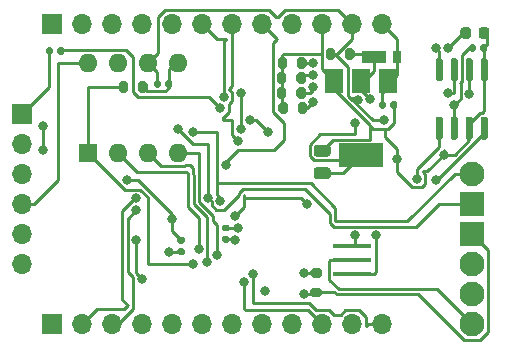
<source format=gbr>
%TF.GenerationSoftware,KiCad,Pcbnew,(5.1.7)-1*%
%TF.CreationDate,2020-10-24T02:10:45+09:00*%
%TF.ProjectId,canboard,63616e62-6f61-4726-942e-6b696361645f,rev?*%
%TF.SameCoordinates,Original*%
%TF.FileFunction,Copper,L2,Bot*%
%TF.FilePolarity,Positive*%
%FSLAX46Y46*%
G04 Gerber Fmt 4.6, Leading zero omitted, Abs format (unit mm)*
G04 Created by KiCad (PCBNEW (5.1.7)-1) date 2020-10-24 02:10:45*
%MOMM*%
%LPD*%
G01*
G04 APERTURE LIST*
%TA.AperFunction,ComponentPad*%
%ADD10O,1.700000X1.700000*%
%TD*%
%TA.AperFunction,ComponentPad*%
%ADD11R,1.700000X1.700000*%
%TD*%
%TA.AperFunction,SMDPad,CuDef*%
%ADD12R,3.200000X0.400000*%
%TD*%
%TA.AperFunction,ComponentPad*%
%ADD13O,1.600000X1.600000*%
%TD*%
%TA.AperFunction,ComponentPad*%
%ADD14R,1.600000X1.600000*%
%TD*%
%TA.AperFunction,SMDPad,CuDef*%
%ADD15R,1.500000X2.000000*%
%TD*%
%TA.AperFunction,SMDPad,CuDef*%
%ADD16R,3.800000X2.000000*%
%TD*%
%TA.AperFunction,ComponentPad*%
%ADD17C,2.100000*%
%TD*%
%TA.AperFunction,ComponentPad*%
%ADD18R,2.100000X2.100000*%
%TD*%
%TA.AperFunction,SMDPad,CuDef*%
%ADD19R,2.000000X1.100000*%
%TD*%
%TA.AperFunction,SMDPad,CuDef*%
%ADD20R,0.800000X1.100000*%
%TD*%
%TA.AperFunction,ViaPad*%
%ADD21C,0.800000*%
%TD*%
%TA.AperFunction,Conductor*%
%ADD22C,0.250000*%
%TD*%
G04 APERTURE END LIST*
%TO.P,U5,8*%
%TO.N,GND*%
%TA.AperFunction,SMDPad,CuDef*%
G36*
G01*
X247546000Y-32790000D02*
X247246000Y-32790000D01*
G75*
G02*
X247096000Y-32640000I0J150000D01*
G01*
X247096000Y-30990000D01*
G75*
G02*
X247246000Y-30840000I150000J0D01*
G01*
X247546000Y-30840000D01*
G75*
G02*
X247696000Y-30990000I0J-150000D01*
G01*
X247696000Y-32640000D01*
G75*
G02*
X247546000Y-32790000I-150000J0D01*
G01*
G37*
%TD.AperFunction*%
%TO.P,U5,7*%
%TO.N,Net-(J6-Pad3)*%
%TA.AperFunction,SMDPad,CuDef*%
G36*
G01*
X246276000Y-32790000D02*
X245976000Y-32790000D01*
G75*
G02*
X245826000Y-32640000I0J150000D01*
G01*
X245826000Y-30990000D01*
G75*
G02*
X245976000Y-30840000I150000J0D01*
G01*
X246276000Y-30840000D01*
G75*
G02*
X246426000Y-30990000I0J-150000D01*
G01*
X246426000Y-32640000D01*
G75*
G02*
X246276000Y-32790000I-150000J0D01*
G01*
G37*
%TD.AperFunction*%
%TO.P,U5,6*%
%TO.N,Net-(J6-Pad2)*%
%TA.AperFunction,SMDPad,CuDef*%
G36*
G01*
X245006000Y-32790000D02*
X244706000Y-32790000D01*
G75*
G02*
X244556000Y-32640000I0J150000D01*
G01*
X244556000Y-30990000D01*
G75*
G02*
X244706000Y-30840000I150000J0D01*
G01*
X245006000Y-30840000D01*
G75*
G02*
X245156000Y-30990000I0J-150000D01*
G01*
X245156000Y-32640000D01*
G75*
G02*
X245006000Y-32790000I-150000J0D01*
G01*
G37*
%TD.AperFunction*%
%TO.P,U5,5*%
%TO.N,Net-(R9-Pad1)*%
%TA.AperFunction,SMDPad,CuDef*%
G36*
G01*
X243736000Y-32790000D02*
X243436000Y-32790000D01*
G75*
G02*
X243286000Y-32640000I0J150000D01*
G01*
X243286000Y-30990000D01*
G75*
G02*
X243436000Y-30840000I150000J0D01*
G01*
X243736000Y-30840000D01*
G75*
G02*
X243886000Y-30990000I0J-150000D01*
G01*
X243886000Y-32640000D01*
G75*
G02*
X243736000Y-32790000I-150000J0D01*
G01*
G37*
%TD.AperFunction*%
%TO.P,U5,4*%
%TO.N,Net-(U4-Pad2)*%
%TA.AperFunction,SMDPad,CuDef*%
G36*
G01*
X243736000Y-37740000D02*
X243436000Y-37740000D01*
G75*
G02*
X243286000Y-37590000I0J150000D01*
G01*
X243286000Y-35940000D01*
G75*
G02*
X243436000Y-35790000I150000J0D01*
G01*
X243736000Y-35790000D01*
G75*
G02*
X243886000Y-35940000I0J-150000D01*
G01*
X243886000Y-37590000D01*
G75*
G02*
X243736000Y-37740000I-150000J0D01*
G01*
G37*
%TD.AperFunction*%
%TO.P,U5,3*%
%TO.N,VCC*%
%TA.AperFunction,SMDPad,CuDef*%
G36*
G01*
X245006000Y-37740000D02*
X244706000Y-37740000D01*
G75*
G02*
X244556000Y-37590000I0J150000D01*
G01*
X244556000Y-35940000D01*
G75*
G02*
X244706000Y-35790000I150000J0D01*
G01*
X245006000Y-35790000D01*
G75*
G02*
X245156000Y-35940000I0J-150000D01*
G01*
X245156000Y-37590000D01*
G75*
G02*
X245006000Y-37740000I-150000J0D01*
G01*
G37*
%TD.AperFunction*%
%TO.P,U5,2*%
%TO.N,GND*%
%TA.AperFunction,SMDPad,CuDef*%
G36*
G01*
X246276000Y-37740000D02*
X245976000Y-37740000D01*
G75*
G02*
X245826000Y-37590000I0J150000D01*
G01*
X245826000Y-35940000D01*
G75*
G02*
X245976000Y-35790000I150000J0D01*
G01*
X246276000Y-35790000D01*
G75*
G02*
X246426000Y-35940000I0J-150000D01*
G01*
X246426000Y-37590000D01*
G75*
G02*
X246276000Y-37740000I-150000J0D01*
G01*
G37*
%TD.AperFunction*%
%TO.P,U5,1*%
%TO.N,Net-(U4-Pad1)*%
%TA.AperFunction,SMDPad,CuDef*%
G36*
G01*
X247546000Y-37740000D02*
X247246000Y-37740000D01*
G75*
G02*
X247096000Y-37590000I0J150000D01*
G01*
X247096000Y-35940000D01*
G75*
G02*
X247246000Y-35790000I150000J0D01*
G01*
X247546000Y-35790000D01*
G75*
G02*
X247696000Y-35940000I0J-150000D01*
G01*
X247696000Y-37590000D01*
G75*
G02*
X247546000Y-37740000I-150000J0D01*
G01*
G37*
%TD.AperFunction*%
%TD*%
D10*
%TO.P,J2,6*%
%TO.N,GND*%
X208280000Y-48260000D03*
%TO.P,J2,5*%
X208280000Y-45720000D03*
%TO.P,J2,4*%
%TO.N,VCC*%
X208280000Y-43180000D03*
%TO.P,J2,3*%
%TO.N,TXO*%
X208280000Y-40640000D03*
%TO.P,J2,2*%
%TO.N,RXI*%
X208280000Y-38100000D03*
D11*
%TO.P,J2,1*%
%TO.N,DTR*%
X208280000Y-35560000D03*
%TD*%
D12*
%TO.P,Y2,1*%
%TO.N,Net-(U4-Pad7)*%
X236220000Y-49136000D03*
%TO.P,Y2,2*%
%TO.N,GND*%
X236220000Y-47936000D03*
%TO.P,Y2,3*%
%TO.N,Net-(U4-Pad8)*%
X236220000Y-46736000D03*
%TD*%
D13*
%TO.P,U3,8*%
%TO.N,VCC*%
X213868000Y-31242000D03*
%TO.P,U3,4*%
%TO.N,MISO*%
X221488000Y-38862000D03*
%TO.P,U3,7*%
%TO.N,N/C*%
X216408000Y-31242000D03*
%TO.P,U3,3*%
%TO.N,MOSI*%
X218948000Y-38862000D03*
%TO.P,U3,6*%
%TO.N,VCC*%
X218948000Y-31242000D03*
%TO.P,U3,2*%
%TO.N,SCK*%
X216408000Y-38862000D03*
%TO.P,U3,5*%
%TO.N,GND*%
X221488000Y-31242000D03*
D14*
%TO.P,U3,1*%
%TO.N,D9*%
X213868000Y-38862000D03*
%TD*%
D15*
%TO.P,U2,1*%
%TO.N,GND*%
X234682000Y-32766000D03*
%TO.P,U2,3*%
%TO.N,12VIN*%
X239282000Y-32766000D03*
%TO.P,U2,2*%
%TO.N,Net-(C9-Pad1)*%
X236982000Y-32766000D03*
D16*
X236982000Y-39066000D03*
%TD*%
%TO.P,R17,2*%
%TO.N,VCC*%
%TA.AperFunction,SMDPad,CuDef*%
G36*
G01*
X234779000Y-30205000D02*
X234779000Y-30755000D01*
G75*
G02*
X234579000Y-30955000I-200000J0D01*
G01*
X234179000Y-30955000D01*
G75*
G02*
X233979000Y-30755000I0J200000D01*
G01*
X233979000Y-30205000D01*
G75*
G02*
X234179000Y-30005000I200000J0D01*
G01*
X234579000Y-30005000D01*
G75*
G02*
X234779000Y-30205000I0J-200000D01*
G01*
G37*
%TD.AperFunction*%
%TO.P,R17,1*%
%TO.N,Net-(C9-Pad1)*%
%TA.AperFunction,SMDPad,CuDef*%
G36*
G01*
X236429000Y-30205000D02*
X236429000Y-30755000D01*
G75*
G02*
X236229000Y-30955000I-200000J0D01*
G01*
X235829000Y-30955000D01*
G75*
G02*
X235629000Y-30755000I0J200000D01*
G01*
X235629000Y-30205000D01*
G75*
G02*
X235829000Y-30005000I200000J0D01*
G01*
X236229000Y-30005000D01*
G75*
G02*
X236429000Y-30205000I0J-200000D01*
G01*
G37*
%TD.AperFunction*%
%TD*%
%TO.P,R11,2*%
%TO.N,GND*%
%TA.AperFunction,SMDPad,CuDef*%
G36*
G01*
X218103000Y-33549000D02*
X218103000Y-32999000D01*
G75*
G02*
X218303000Y-32799000I200000J0D01*
G01*
X218703000Y-32799000D01*
G75*
G02*
X218903000Y-32999000I0J-200000D01*
G01*
X218903000Y-33549000D01*
G75*
G02*
X218703000Y-33749000I-200000J0D01*
G01*
X218303000Y-33749000D01*
G75*
G02*
X218103000Y-33549000I0J200000D01*
G01*
G37*
%TD.AperFunction*%
%TO.P,R11,1*%
%TO.N,D9*%
%TA.AperFunction,SMDPad,CuDef*%
G36*
G01*
X216453000Y-33549000D02*
X216453000Y-32999000D01*
G75*
G02*
X216653000Y-32799000I200000J0D01*
G01*
X217053000Y-32799000D01*
G75*
G02*
X217253000Y-32999000I0J-200000D01*
G01*
X217253000Y-33549000D01*
G75*
G02*
X217053000Y-33749000I-200000J0D01*
G01*
X216653000Y-33749000D01*
G75*
G02*
X216453000Y-33549000I0J200000D01*
G01*
G37*
%TD.AperFunction*%
%TD*%
%TO.P,R7,2*%
%TO.N,GND*%
%TA.AperFunction,SMDPad,CuDef*%
G36*
G01*
X230715000Y-30967000D02*
X230715000Y-31517000D01*
G75*
G02*
X230515000Y-31717000I-200000J0D01*
G01*
X230115000Y-31717000D01*
G75*
G02*
X229915000Y-31517000I0J200000D01*
G01*
X229915000Y-30967000D01*
G75*
G02*
X230115000Y-30767000I200000J0D01*
G01*
X230515000Y-30767000D01*
G75*
G02*
X230715000Y-30967000I0J-200000D01*
G01*
G37*
%TD.AperFunction*%
%TO.P,R7,1*%
%TO.N,Net-(R12-Pad2)*%
%TA.AperFunction,SMDPad,CuDef*%
G36*
G01*
X232365000Y-30967000D02*
X232365000Y-31517000D01*
G75*
G02*
X232165000Y-31717000I-200000J0D01*
G01*
X231765000Y-31717000D01*
G75*
G02*
X231565000Y-31517000I0J200000D01*
G01*
X231565000Y-30967000D01*
G75*
G02*
X231765000Y-30767000I200000J0D01*
G01*
X232165000Y-30767000D01*
G75*
G02*
X232365000Y-30967000I0J-200000D01*
G01*
G37*
%TD.AperFunction*%
%TD*%
%TO.P,R6,2*%
%TO.N,GND*%
%TA.AperFunction,SMDPad,CuDef*%
G36*
G01*
X230652000Y-32237000D02*
X230652000Y-32787000D01*
G75*
G02*
X230452000Y-32987000I-200000J0D01*
G01*
X230052000Y-32987000D01*
G75*
G02*
X229852000Y-32787000I0J200000D01*
G01*
X229852000Y-32237000D01*
G75*
G02*
X230052000Y-32037000I200000J0D01*
G01*
X230452000Y-32037000D01*
G75*
G02*
X230652000Y-32237000I0J-200000D01*
G01*
G37*
%TD.AperFunction*%
%TO.P,R6,1*%
%TO.N,Net-(R13-Pad2)*%
%TA.AperFunction,SMDPad,CuDef*%
G36*
G01*
X232302000Y-32237000D02*
X232302000Y-32787000D01*
G75*
G02*
X232102000Y-32987000I-200000J0D01*
G01*
X231702000Y-32987000D01*
G75*
G02*
X231502000Y-32787000I0J200000D01*
G01*
X231502000Y-32237000D01*
G75*
G02*
X231702000Y-32037000I200000J0D01*
G01*
X232102000Y-32037000D01*
G75*
G02*
X232302000Y-32237000I0J-200000D01*
G01*
G37*
%TD.AperFunction*%
%TD*%
%TO.P,R5,2*%
%TO.N,GND*%
%TA.AperFunction,SMDPad,CuDef*%
G36*
G01*
X230652000Y-33507000D02*
X230652000Y-34057000D01*
G75*
G02*
X230452000Y-34257000I-200000J0D01*
G01*
X230052000Y-34257000D01*
G75*
G02*
X229852000Y-34057000I0J200000D01*
G01*
X229852000Y-33507000D01*
G75*
G02*
X230052000Y-33307000I200000J0D01*
G01*
X230452000Y-33307000D01*
G75*
G02*
X230652000Y-33507000I0J-200000D01*
G01*
G37*
%TD.AperFunction*%
%TO.P,R5,1*%
%TO.N,Net-(R14-Pad2)*%
%TA.AperFunction,SMDPad,CuDef*%
G36*
G01*
X232302000Y-33507000D02*
X232302000Y-34057000D01*
G75*
G02*
X232102000Y-34257000I-200000J0D01*
G01*
X231702000Y-34257000D01*
G75*
G02*
X231502000Y-34057000I0J200000D01*
G01*
X231502000Y-33507000D01*
G75*
G02*
X231702000Y-33307000I200000J0D01*
G01*
X232102000Y-33307000D01*
G75*
G02*
X232302000Y-33507000I0J-200000D01*
G01*
G37*
%TD.AperFunction*%
%TD*%
%TO.P,R4,2*%
%TO.N,GND*%
%TA.AperFunction,SMDPad,CuDef*%
G36*
G01*
X230778000Y-34777000D02*
X230778000Y-35327000D01*
G75*
G02*
X230578000Y-35527000I-200000J0D01*
G01*
X230178000Y-35527000D01*
G75*
G02*
X229978000Y-35327000I0J200000D01*
G01*
X229978000Y-34777000D01*
G75*
G02*
X230178000Y-34577000I200000J0D01*
G01*
X230578000Y-34577000D01*
G75*
G02*
X230778000Y-34777000I0J-200000D01*
G01*
G37*
%TD.AperFunction*%
%TO.P,R4,1*%
%TO.N,Net-(R15-Pad2)*%
%TA.AperFunction,SMDPad,CuDef*%
G36*
G01*
X232428000Y-34777000D02*
X232428000Y-35327000D01*
G75*
G02*
X232228000Y-35527000I-200000J0D01*
G01*
X231828000Y-35527000D01*
G75*
G02*
X231628000Y-35327000I0J200000D01*
G01*
X231628000Y-34777000D01*
G75*
G02*
X231828000Y-34577000I200000J0D01*
G01*
X232228000Y-34577000D01*
G75*
G02*
X232428000Y-34777000I0J-200000D01*
G01*
G37*
%TD.AperFunction*%
%TD*%
%TO.P,R3,2*%
%TO.N,VCC*%
%TA.AperFunction,SMDPad,CuDef*%
G36*
G01*
X232897000Y-50272000D02*
X233447000Y-50272000D01*
G75*
G02*
X233647000Y-50472000I0J-200000D01*
G01*
X233647000Y-50872000D01*
G75*
G02*
X233447000Y-51072000I-200000J0D01*
G01*
X232897000Y-51072000D01*
G75*
G02*
X232697000Y-50872000I0J200000D01*
G01*
X232697000Y-50472000D01*
G75*
G02*
X232897000Y-50272000I200000J0D01*
G01*
G37*
%TD.AperFunction*%
%TO.P,R3,1*%
%TO.N,Net-(R3-Pad1)*%
%TA.AperFunction,SMDPad,CuDef*%
G36*
G01*
X232897000Y-48622000D02*
X233447000Y-48622000D01*
G75*
G02*
X233647000Y-48822000I0J-200000D01*
G01*
X233647000Y-49222000D01*
G75*
G02*
X233447000Y-49422000I-200000J0D01*
G01*
X232897000Y-49422000D01*
G75*
G02*
X232697000Y-49222000I0J200000D01*
G01*
X232697000Y-48822000D01*
G75*
G02*
X232897000Y-48622000I200000J0D01*
G01*
G37*
%TD.AperFunction*%
%TD*%
D17*
%TO.P,J6,4*%
%TO.N,GND*%
X246380000Y-53340000D03*
%TO.P,J6,3*%
%TO.N,Net-(J6-Pad3)*%
X246380000Y-50800000D03*
%TO.P,J6,2*%
%TO.N,Net-(J6-Pad2)*%
X246380000Y-48260000D03*
D18*
%TO.P,J6,1*%
%TO.N,VCC*%
X246380000Y-45720000D03*
%TD*%
D17*
%TO.P,J4,2*%
%TO.N,SDA*%
X246380000Y-40640000D03*
D18*
%TO.P,J4,1*%
%TO.N,SCL*%
X246380000Y-43180000D03*
%TD*%
D10*
%TO.P,J3,12*%
%TO.N,12VIN*%
X238760000Y-27940000D03*
%TO.P,J3,11*%
%TO.N,VCC*%
X236220000Y-27940000D03*
%TO.P,J3,10*%
%TO.N,GND*%
X233680000Y-27940000D03*
%TO.P,J3,9*%
%TO.N,RESET*%
X231140000Y-27940000D03*
%TO.P,J3,8*%
%TO.N,A3*%
X228600000Y-27940000D03*
%TO.P,J3,7*%
%TO.N,A2*%
X226060000Y-27940000D03*
%TO.P,J3,6*%
%TO.N,A1*%
X223520000Y-27940000D03*
%TO.P,J3,5*%
%TO.N,A0*%
X220980000Y-27940000D03*
%TO.P,J3,4*%
%TO.N,SDA*%
X218440000Y-27940000D03*
%TO.P,J3,3*%
%TO.N,SCL*%
X215900000Y-27940000D03*
%TO.P,J3,2*%
%TO.N,TXO*%
X213360000Y-27940000D03*
D11*
%TO.P,J3,1*%
%TO.N,RXI*%
X210820000Y-27940000D03*
%TD*%
D10*
%TO.P,J1,12*%
%TO.N,SCK*%
X238760000Y-53340000D03*
%TO.P,J1,11*%
%TO.N,MOSI*%
X236220000Y-53340000D03*
%TO.P,J1,10*%
%TO.N,MISO*%
X233680000Y-53340000D03*
%TO.P,J1,9*%
%TO.N,GND*%
X231140000Y-53340000D03*
%TO.P,J1,8*%
%TO.N,D9*%
X228600000Y-53340000D03*
%TO.P,J1,7*%
%TO.N,D8*%
X226060000Y-53340000D03*
%TO.P,J1,6*%
%TO.N,D7*%
X223520000Y-53340000D03*
%TO.P,J1,5*%
%TO.N,D6*%
X220980000Y-53340000D03*
%TO.P,J1,4*%
%TO.N,D5*%
X218440000Y-53340000D03*
%TO.P,J1,3*%
%TO.N,D4*%
X215900000Y-53340000D03*
%TO.P,J1,2*%
%TO.N,D3*%
X213360000Y-53340000D03*
D11*
%TO.P,J1,1*%
%TO.N,D2*%
X210820000Y-53340000D03*
%TD*%
D19*
%TO.P,D2,1*%
%TO.N,Net-(C9-Pad1)*%
X238090000Y-30734000D03*
D20*
%TO.P,D2,2*%
%TO.N,12VIN*%
X239990000Y-30734000D03*
%TD*%
%TO.P,C9,2*%
%TO.N,GND*%
%TA.AperFunction,SMDPad,CuDef*%
G36*
G01*
X234155000Y-39174000D02*
X233205000Y-39174000D01*
G75*
G02*
X232955000Y-38924000I0J250000D01*
G01*
X232955000Y-38424000D01*
G75*
G02*
X233205000Y-38174000I250000J0D01*
G01*
X234155000Y-38174000D01*
G75*
G02*
X234405000Y-38424000I0J-250000D01*
G01*
X234405000Y-38924000D01*
G75*
G02*
X234155000Y-39174000I-250000J0D01*
G01*
G37*
%TD.AperFunction*%
%TO.P,C9,1*%
%TO.N,Net-(C9-Pad1)*%
%TA.AperFunction,SMDPad,CuDef*%
G36*
G01*
X234155000Y-41074000D02*
X233205000Y-41074000D01*
G75*
G02*
X232955000Y-40824000I0J250000D01*
G01*
X232955000Y-40324000D01*
G75*
G02*
X233205000Y-40074000I250000J0D01*
G01*
X234155000Y-40074000D01*
G75*
G02*
X234405000Y-40324000I0J-250000D01*
G01*
X234405000Y-40824000D01*
G75*
G02*
X234155000Y-41074000I-250000J0D01*
G01*
G37*
%TD.AperFunction*%
%TD*%
%TO.P,C8,2*%
%TO.N,GND*%
%TA.AperFunction,SMDPad,CuDef*%
G36*
G01*
X246946000Y-28952000D02*
X246946000Y-28452000D01*
G75*
G02*
X247171000Y-28227000I225000J0D01*
G01*
X247621000Y-28227000D01*
G75*
G02*
X247846000Y-28452000I0J-225000D01*
G01*
X247846000Y-28952000D01*
G75*
G02*
X247621000Y-29177000I-225000J0D01*
G01*
X247171000Y-29177000D01*
G75*
G02*
X246946000Y-28952000I0J225000D01*
G01*
G37*
%TD.AperFunction*%
%TO.P,C8,1*%
%TO.N,Net-(C8-Pad1)*%
%TA.AperFunction,SMDPad,CuDef*%
G36*
G01*
X245396000Y-28952000D02*
X245396000Y-28452000D01*
G75*
G02*
X245621000Y-28227000I225000J0D01*
G01*
X246071000Y-28227000D01*
G75*
G02*
X246296000Y-28452000I0J-225000D01*
G01*
X246296000Y-28952000D01*
G75*
G02*
X246071000Y-29177000I-225000J0D01*
G01*
X245621000Y-29177000D01*
G75*
G02*
X245396000Y-28952000I0J225000D01*
G01*
G37*
%TD.AperFunction*%
%TD*%
%TO.P,C6,2*%
%TO.N,GND*%
%TA.AperFunction,SMDPad,CuDef*%
G36*
G01*
X247088000Y-30142000D02*
X247088000Y-29802000D01*
G75*
G02*
X247228000Y-29662000I140000J0D01*
G01*
X247508000Y-29662000D01*
G75*
G02*
X247648000Y-29802000I0J-140000D01*
G01*
X247648000Y-30142000D01*
G75*
G02*
X247508000Y-30282000I-140000J0D01*
G01*
X247228000Y-30282000D01*
G75*
G02*
X247088000Y-30142000I0J140000D01*
G01*
G37*
%TD.AperFunction*%
%TO.P,C6,1*%
%TO.N,VCC*%
%TA.AperFunction,SMDPad,CuDef*%
G36*
G01*
X246128000Y-30142000D02*
X246128000Y-29802000D01*
G75*
G02*
X246268000Y-29662000I140000J0D01*
G01*
X246548000Y-29662000D01*
G75*
G02*
X246688000Y-29802000I0J-140000D01*
G01*
X246688000Y-30142000D01*
G75*
G02*
X246548000Y-30282000I-140000J0D01*
G01*
X246268000Y-30282000D01*
G75*
G02*
X246128000Y-30142000I0J140000D01*
G01*
G37*
%TD.AperFunction*%
%TD*%
%TO.P,C5,2*%
%TO.N,VCC*%
%TA.AperFunction,SMDPad,CuDef*%
G36*
G01*
X220018000Y-32850000D02*
X220018000Y-33190000D01*
G75*
G02*
X219878000Y-33330000I-140000J0D01*
G01*
X219598000Y-33330000D01*
G75*
G02*
X219458000Y-33190000I0J140000D01*
G01*
X219458000Y-32850000D01*
G75*
G02*
X219598000Y-32710000I140000J0D01*
G01*
X219878000Y-32710000D01*
G75*
G02*
X220018000Y-32850000I0J-140000D01*
G01*
G37*
%TD.AperFunction*%
%TO.P,C5,1*%
%TO.N,GND*%
%TA.AperFunction,SMDPad,CuDef*%
G36*
G01*
X220978000Y-32850000D02*
X220978000Y-33190000D01*
G75*
G02*
X220838000Y-33330000I-140000J0D01*
G01*
X220558000Y-33330000D01*
G75*
G02*
X220418000Y-33190000I0J140000D01*
G01*
X220418000Y-32850000D01*
G75*
G02*
X220558000Y-32710000I140000J0D01*
G01*
X220838000Y-32710000D01*
G75*
G02*
X220978000Y-32850000I0J-140000D01*
G01*
G37*
%TD.AperFunction*%
%TD*%
%TO.P,C4,2*%
%TO.N,12VIN*%
%TA.AperFunction,SMDPad,CuDef*%
G36*
G01*
X239068000Y-34628000D02*
X239068000Y-34968000D01*
G75*
G02*
X238928000Y-35108000I-140000J0D01*
G01*
X238648000Y-35108000D01*
G75*
G02*
X238508000Y-34968000I0J140000D01*
G01*
X238508000Y-34628000D01*
G75*
G02*
X238648000Y-34488000I140000J0D01*
G01*
X238928000Y-34488000D01*
G75*
G02*
X239068000Y-34628000I0J-140000D01*
G01*
G37*
%TD.AperFunction*%
%TO.P,C4,1*%
%TO.N,GND*%
%TA.AperFunction,SMDPad,CuDef*%
G36*
G01*
X240028000Y-34628000D02*
X240028000Y-34968000D01*
G75*
G02*
X239888000Y-35108000I-140000J0D01*
G01*
X239608000Y-35108000D01*
G75*
G02*
X239468000Y-34968000I0J140000D01*
G01*
X239468000Y-34628000D01*
G75*
G02*
X239608000Y-34488000I140000J0D01*
G01*
X239888000Y-34488000D01*
G75*
G02*
X240028000Y-34628000I0J-140000D01*
G01*
G37*
%TD.AperFunction*%
%TD*%
%TO.P,C3,2*%
%TO.N,RESET*%
%TA.AperFunction,SMDPad,CuDef*%
G36*
G01*
X211274000Y-30396000D02*
X211274000Y-30056000D01*
G75*
G02*
X211414000Y-29916000I140000J0D01*
G01*
X211694000Y-29916000D01*
G75*
G02*
X211834000Y-30056000I0J-140000D01*
G01*
X211834000Y-30396000D01*
G75*
G02*
X211694000Y-30536000I-140000J0D01*
G01*
X211414000Y-30536000D01*
G75*
G02*
X211274000Y-30396000I0J140000D01*
G01*
G37*
%TD.AperFunction*%
%TO.P,C3,1*%
%TO.N,DTR*%
%TA.AperFunction,SMDPad,CuDef*%
G36*
G01*
X210314000Y-30396000D02*
X210314000Y-30056000D01*
G75*
G02*
X210454000Y-29916000I140000J0D01*
G01*
X210734000Y-29916000D01*
G75*
G02*
X210874000Y-30056000I0J-140000D01*
G01*
X210874000Y-30396000D01*
G75*
G02*
X210734000Y-30536000I-140000J0D01*
G01*
X210454000Y-30536000D01*
G75*
G02*
X210314000Y-30396000I0J140000D01*
G01*
G37*
%TD.AperFunction*%
%TD*%
%TO.P,C2,2*%
%TO.N,GND*%
%TA.AperFunction,SMDPad,CuDef*%
G36*
G01*
X221572000Y-46936000D02*
X221912000Y-46936000D01*
G75*
G02*
X222052000Y-47076000I0J-140000D01*
G01*
X222052000Y-47356000D01*
G75*
G02*
X221912000Y-47496000I-140000J0D01*
G01*
X221572000Y-47496000D01*
G75*
G02*
X221432000Y-47356000I0J140000D01*
G01*
X221432000Y-47076000D01*
G75*
G02*
X221572000Y-46936000I140000J0D01*
G01*
G37*
%TD.AperFunction*%
%TO.P,C2,1*%
%TO.N,VCC*%
%TA.AperFunction,SMDPad,CuDef*%
G36*
G01*
X221572000Y-45976000D02*
X221912000Y-45976000D01*
G75*
G02*
X222052000Y-46116000I0J-140000D01*
G01*
X222052000Y-46396000D01*
G75*
G02*
X221912000Y-46536000I-140000J0D01*
G01*
X221572000Y-46536000D01*
G75*
G02*
X221432000Y-46396000I0J140000D01*
G01*
X221432000Y-46116000D01*
G75*
G02*
X221572000Y-45976000I140000J0D01*
G01*
G37*
%TD.AperFunction*%
%TD*%
%TO.P,C1,2*%
%TO.N,GND*%
%TA.AperFunction,SMDPad,CuDef*%
G36*
G01*
X225694000Y-45492000D02*
X225354000Y-45492000D01*
G75*
G02*
X225214000Y-45352000I0J140000D01*
G01*
X225214000Y-45072000D01*
G75*
G02*
X225354000Y-44932000I140000J0D01*
G01*
X225694000Y-44932000D01*
G75*
G02*
X225834000Y-45072000I0J-140000D01*
G01*
X225834000Y-45352000D01*
G75*
G02*
X225694000Y-45492000I-140000J0D01*
G01*
G37*
%TD.AperFunction*%
%TO.P,C1,1*%
%TO.N,Net-(C1-Pad1)*%
%TA.AperFunction,SMDPad,CuDef*%
G36*
G01*
X225694000Y-46452000D02*
X225354000Y-46452000D01*
G75*
G02*
X225214000Y-46312000I0J140000D01*
G01*
X225214000Y-46032000D01*
G75*
G02*
X225354000Y-45892000I140000J0D01*
G01*
X225694000Y-45892000D01*
G75*
G02*
X225834000Y-46032000I0J-140000D01*
G01*
X225834000Y-46312000D01*
G75*
G02*
X225694000Y-46452000I-140000J0D01*
G01*
G37*
%TD.AperFunction*%
%TD*%
D21*
%TO.N,GND*%
X218436347Y-49526347D03*
X217932000Y-46228000D03*
X226553575Y-45226963D03*
X220726000Y-47244000D03*
X240030000Y-39370000D03*
X243971653Y-38993653D03*
%TO.N,Net-(C1-Pad1)*%
X226314000Y-46228000D03*
%TO.N,VCC*%
X238919000Y-36068000D03*
X232156000Y-50800000D03*
X236728000Y-34366002D03*
X217174653Y-41143347D03*
X220980000Y-44450000D03*
X244856000Y-34798000D03*
%TO.N,RESET*%
X225044000Y-35052000D03*
X227584000Y-36068000D03*
X229108000Y-37084000D03*
%TO.N,Net-(C8-Pad1)*%
X244348000Y-29972000D03*
%TO.N,Net-(C9-Pad1)*%
X237744000Y-34290000D03*
X236474000Y-36322000D03*
%TO.N,D9*%
X222758000Y-48260000D03*
%TO.N,D4*%
X217932000Y-43688000D03*
%TO.N,D3*%
X217932000Y-42687997D03*
%TO.N,D2*%
X226314000Y-44196000D03*
X232410000Y-43180000D03*
%TO.N,SCL*%
X221483347Y-36834653D03*
X224013037Y-42686425D03*
%TO.N,SDA*%
X222758000Y-37084000D03*
X225044000Y-42926000D03*
%TO.N,TXO*%
X210058000Y-36576000D03*
X210058000Y-38608000D03*
%TO.N,A3*%
X225552000Y-39878000D03*
%TO.N,A2*%
X226563347Y-37841347D03*
%TO.N,A1*%
X225335000Y-34095276D03*
X226822000Y-33782000D03*
X226822000Y-36830000D03*
%TO.N,SCK*%
X227815456Y-49109240D03*
X223232949Y-46990000D03*
%TO.N,MISO*%
X227108348Y-49816348D03*
X224790000Y-47498000D03*
%TO.N,MOSI*%
X223957949Y-48052701D03*
%TO.N,Net-(J6-Pad3)*%
X246126000Y-33849235D03*
%TO.N,Net-(J6-Pad2)*%
X244348000Y-33782000D03*
%TO.N,Net-(R3-Pad1)*%
X228854000Y-50546000D03*
X232156000Y-49022000D03*
%TO.N,Net-(R15-Pad2)*%
X232918000Y-34544000D03*
%TO.N,Net-(R14-Pad2)*%
X232918000Y-33274000D03*
%TO.N,Net-(R13-Pad2)*%
X232918000Y-32258000D03*
%TO.N,Net-(R12-Pad2)*%
X232918000Y-31242000D03*
%TO.N,Net-(R9-Pad1)*%
X243332000Y-29972000D03*
%TO.N,Net-(U4-Pad8)*%
X236474000Y-45826011D03*
%TO.N,Net-(U4-Pad7)*%
X238252000Y-45826011D03*
%TO.N,Net-(U4-Pad2)*%
X241681138Y-41032659D03*
%TO.N,Net-(U4-Pad1)*%
X243332000Y-41148000D03*
%TD*%
D22*
%TO.N,GND*%
X233653990Y-31737990D02*
X234682000Y-32766000D01*
X233680000Y-29961522D02*
X233653990Y-29987532D01*
X233680000Y-27940000D02*
X233680000Y-29961522D01*
X234682000Y-33437412D02*
X234682000Y-32766000D01*
X237744000Y-36499412D02*
X234682000Y-33437412D01*
X230315000Y-31242000D02*
X230315000Y-30543000D01*
X233589970Y-30441990D02*
X233653990Y-30506010D01*
X230416010Y-30441990D02*
X233589970Y-30441990D01*
X230315000Y-30543000D02*
X230416010Y-30441990D01*
X233653990Y-30506010D02*
X233653990Y-31737990D01*
X233653990Y-29987532D02*
X233653990Y-30506010D01*
X239748000Y-36312002D02*
X239267001Y-36793001D01*
X239748000Y-34798000D02*
X239748000Y-36312002D01*
X237961001Y-36793001D02*
X237744000Y-36576000D01*
X237744000Y-36576000D02*
X237744000Y-36499412D01*
X233680000Y-38674000D02*
X234613001Y-37740999D01*
X237744000Y-37740999D02*
X237744000Y-36576000D01*
X234613001Y-37740999D02*
X237744000Y-37740999D01*
X217932000Y-49022000D02*
X217932000Y-46228000D01*
X218436347Y-49526347D02*
X217932000Y-49022000D01*
X239014000Y-36830000D02*
X238977001Y-36793001D01*
X238977001Y-36793001D02*
X237961001Y-36793001D01*
X239267001Y-36793001D02*
X238977001Y-36793001D01*
X226538612Y-45212000D02*
X226553575Y-45226963D01*
X225524000Y-45212000D02*
X226538612Y-45212000D01*
X221488000Y-31242000D02*
X221234000Y-31242000D01*
X220698000Y-31778000D02*
X220698000Y-33020000D01*
X221234000Y-31242000D02*
X220698000Y-31778000D01*
X220698000Y-33330000D02*
X220698000Y-33020000D01*
X220372990Y-33655010D02*
X220698000Y-33330000D01*
X218884010Y-33655010D02*
X220372990Y-33655010D01*
X218503000Y-33274000D02*
X218884010Y-33655010D01*
X230315000Y-32449000D02*
X230252000Y-32512000D01*
X230315000Y-31242000D02*
X230315000Y-32449000D01*
X230252000Y-32512000D02*
X230252000Y-33782000D01*
X230252000Y-34926000D02*
X230378000Y-35052000D01*
X230252000Y-33782000D02*
X230252000Y-34926000D01*
X221742000Y-47244000D02*
X221742000Y-47216000D01*
X220754000Y-47216000D02*
X220726000Y-47244000D01*
X221742000Y-47216000D02*
X220754000Y-47216000D01*
X239014000Y-37534315D02*
X239014000Y-36830000D01*
X240030000Y-39116000D02*
X240030000Y-38550315D01*
X240030000Y-38550315D02*
X239014000Y-37534315D01*
X234294999Y-49596001D02*
X235081337Y-50382339D01*
X234294999Y-48011001D02*
X234294999Y-49596001D01*
X235081337Y-50382339D02*
X243422339Y-50382339D01*
X234370000Y-47936000D02*
X234294999Y-48011001D01*
X243422339Y-50382339D02*
X246380000Y-53340000D01*
X236220000Y-47936000D02*
X234370000Y-47936000D01*
X240030000Y-40454523D02*
X240030000Y-39370000D01*
X242108340Y-41757660D02*
X241333137Y-41757660D01*
X241333137Y-41757660D02*
X240030000Y-40454523D01*
X242406139Y-41459861D02*
X242108340Y-41757660D01*
X242406139Y-40684658D02*
X242406139Y-41459861D01*
X242190410Y-40468929D02*
X242406139Y-40684658D01*
X242190410Y-40386000D02*
X242190410Y-40468929D01*
X246126000Y-36765000D02*
X246126000Y-37740000D01*
X247396000Y-31815000D02*
X247396000Y-32790000D01*
X243971653Y-38993653D02*
X243971653Y-38604757D01*
X247368000Y-31787000D02*
X247396000Y-31815000D01*
X247368000Y-29972000D02*
X247368000Y-31787000D01*
X247663000Y-29677000D02*
X247368000Y-29972000D01*
X247663000Y-28702000D02*
X247663000Y-29677000D01*
X246126000Y-36388232D02*
X246126000Y-36765000D01*
X247049242Y-35464990D02*
X246126000Y-36388232D01*
X247396000Y-35306000D02*
X247237010Y-35464990D01*
X247237010Y-35464990D02*
X247049242Y-35464990D01*
X247396000Y-31815000D02*
X247396000Y-35306000D01*
X242579306Y-40386000D02*
X243971653Y-38993653D01*
X242190410Y-40386000D02*
X242579306Y-40386000D01*
X243971653Y-38993653D02*
X244907705Y-38993653D01*
X246126000Y-37775358D02*
X246126000Y-36765000D01*
X244907705Y-38993653D02*
X246126000Y-37775358D01*
%TO.N,Net-(C1-Pad1)*%
X226258000Y-46172000D02*
X226314000Y-46228000D01*
X225524000Y-46172000D02*
X226258000Y-46172000D01*
%TO.N,VCC*%
X236220000Y-27940000D02*
X236220000Y-29210000D01*
X234950000Y-30480000D02*
X234570000Y-30480000D01*
X236220000Y-29210000D02*
X234950000Y-30480000D01*
X234811522Y-30480000D02*
X234379000Y-30480000D01*
X235906999Y-31575477D02*
X234811522Y-30480000D01*
X235906999Y-34026001D02*
X235906999Y-31575477D01*
X238919000Y-36068000D02*
X237948998Y-36068000D01*
X247755001Y-54000001D02*
X247755001Y-47095001D01*
X245719999Y-54715001D02*
X247040001Y-54715001D01*
X247040001Y-54715001D02*
X247755001Y-54000001D01*
X247755001Y-47095001D02*
X246380000Y-45720000D01*
X236549499Y-34187501D02*
X236728000Y-34366002D01*
X236068499Y-34187501D02*
X236549499Y-34187501D01*
X237948998Y-36068000D02*
X236068499Y-34187501D01*
X236068499Y-34187501D02*
X235906999Y-34026001D01*
X219738000Y-32032000D02*
X219738000Y-33020000D01*
X218948000Y-31242000D02*
X219738000Y-32032000D01*
X235044999Y-26764999D02*
X236220000Y-27940000D01*
X230575999Y-26764999D02*
X235044999Y-26764999D01*
X229964999Y-27375999D02*
X230575999Y-26764999D01*
X229164001Y-26764999D02*
X229775001Y-27375999D01*
X229775001Y-27375999D02*
X229964999Y-27375999D01*
X220415999Y-26764999D02*
X229164001Y-26764999D01*
X219804999Y-27375999D02*
X220415999Y-26764999D01*
X219804999Y-30385001D02*
X219804999Y-27375999D01*
X218948000Y-31242000D02*
X219804999Y-30385001D01*
X209296000Y-43180000D02*
X208280000Y-43180000D01*
X211328000Y-31242000D02*
X211328000Y-41148000D01*
X211328000Y-41148000D02*
X209296000Y-43180000D01*
X213868000Y-31242000D02*
X211328000Y-31242000D01*
X220980000Y-44026585D02*
X220980000Y-44450000D01*
X218096762Y-41143347D02*
X220980000Y-44026585D01*
X217174653Y-41143347D02*
X218096762Y-41143347D01*
X220980000Y-45494000D02*
X221742000Y-46256000D01*
X220980000Y-44450000D02*
X220980000Y-45494000D01*
X233044000Y-50800000D02*
X233172000Y-50672000D01*
X232156000Y-50800000D02*
X233044000Y-50800000D01*
X241837347Y-50832349D02*
X245719999Y-54715001D01*
X234734588Y-50672000D02*
X234894937Y-50832349D01*
X233172000Y-50672000D02*
X234734588Y-50672000D01*
X234894937Y-50832349D02*
X241808000Y-50832349D01*
X244856000Y-34798000D02*
X244856000Y-36765000D01*
X245391009Y-32926759D02*
X245481010Y-32836758D01*
X245400999Y-32936749D02*
X245391009Y-32926759D01*
X245400999Y-34253001D02*
X245400999Y-32936749D01*
X244856000Y-34798000D02*
X245400999Y-34253001D01*
X246128000Y-29972000D02*
X246408000Y-29972000D01*
X245500990Y-30599010D02*
X246128000Y-29972000D01*
X245500990Y-32816778D02*
X245500990Y-30599010D01*
X245400999Y-32916769D02*
X245500990Y-32816778D01*
X245400999Y-32936749D02*
X245400999Y-32916769D01*
%TO.N,RESET*%
X228092000Y-36068000D02*
X229108000Y-37084000D01*
X227584000Y-36068000D02*
X228092000Y-36068000D01*
X217060999Y-30116999D02*
X217678000Y-30734000D01*
X211663001Y-30116999D02*
X217060999Y-30116999D01*
X211554000Y-30226000D02*
X211663001Y-30116999D01*
X217678000Y-33666478D02*
X218116542Y-34105020D01*
X217678000Y-30734000D02*
X217678000Y-33666478D01*
X224097020Y-34105020D02*
X225044000Y-35052000D01*
X221303020Y-34105020D02*
X224097020Y-34105020D01*
X218116542Y-34105020D02*
X221303020Y-34105020D01*
X221303020Y-34105020D02*
X221672980Y-34105020D01*
%TO.N,DTR*%
X210594000Y-33246000D02*
X208280000Y-35560000D01*
X210594000Y-30226000D02*
X210594000Y-33246000D01*
%TO.N,12VIN*%
X238760000Y-27940000D02*
X240030000Y-29210000D01*
X240030000Y-30694000D02*
X239990000Y-30734000D01*
X240030000Y-29210000D02*
X240030000Y-30694000D01*
X239990000Y-32298000D02*
X239522000Y-32766000D01*
X239990000Y-30734000D02*
X239990000Y-32298000D01*
X239282000Y-32766000D02*
X239282000Y-33260000D01*
X239282000Y-33260000D02*
X238760000Y-33782000D01*
X238760000Y-34770000D02*
X238788000Y-34798000D01*
X238760000Y-33782000D02*
X238760000Y-34770000D01*
%TO.N,Net-(C8-Pad1)*%
X245618000Y-28702000D02*
X244348000Y-29972000D01*
X245846000Y-28702000D02*
X245618000Y-28702000D01*
%TO.N,Net-(C9-Pad1)*%
X238090000Y-31898000D02*
X237222000Y-32766000D01*
X238090000Y-30734000D02*
X238090000Y-31898000D01*
X237836000Y-30480000D02*
X238090000Y-30734000D01*
X236220000Y-30480000D02*
X237836000Y-30480000D01*
X236524010Y-39523990D02*
X236982000Y-39066000D01*
X235474000Y-40574000D02*
X236982000Y-39066000D01*
X233680000Y-40574000D02*
X235474000Y-40574000D01*
X236982000Y-33528000D02*
X237744000Y-34290000D01*
X236982000Y-32766000D02*
X236982000Y-33528000D01*
X236474000Y-36322000D02*
X236474000Y-37290989D01*
X236548990Y-39499010D02*
X236982000Y-39066000D01*
X232966820Y-39499010D02*
X236548990Y-39499010D01*
X232629990Y-39162180D02*
X232966820Y-39499010D01*
X233524821Y-37290989D02*
X232629990Y-38185820D01*
X232629990Y-38185820D02*
X232629990Y-39162180D01*
X236474000Y-37290989D02*
X233524821Y-37290989D01*
%TO.N,D9*%
X216853000Y-33274000D02*
X213868000Y-33274000D01*
X213868000Y-33274000D02*
X213868000Y-38862000D01*
X218280001Y-41962996D02*
X218948000Y-42630995D01*
X216968996Y-41962996D02*
X218280001Y-41962996D01*
X213868000Y-38862000D02*
X216968996Y-41962996D01*
X218948000Y-42630995D02*
X218948000Y-48260000D01*
X218948000Y-48260000D02*
X222758000Y-48260000D01*
%TO.N,D4*%
X215900000Y-53340000D02*
X216408000Y-53340000D01*
X217678000Y-49404410D02*
X217206999Y-48933409D01*
X217678000Y-52070000D02*
X217678000Y-49404410D01*
X216408000Y-53340000D02*
X217678000Y-52070000D01*
X217206999Y-44413001D02*
X217932000Y-43688000D01*
X217206999Y-46191001D02*
X217206999Y-44413001D01*
X217206999Y-48933409D02*
X217206999Y-46191001D01*
X217206999Y-46191001D02*
X217206999Y-45879999D01*
%TO.N,D3*%
X213360000Y-53340000D02*
X214630000Y-52070000D01*
X216916000Y-52070000D02*
X217227990Y-51758010D01*
X214630000Y-52070000D02*
X216916000Y-52070000D01*
X216756989Y-43790009D02*
X217859001Y-42687997D01*
X217859001Y-42687997D02*
X217932000Y-42687997D01*
X216756989Y-51287009D02*
X216756989Y-43790009D01*
X217227990Y-51758010D02*
X216756989Y-51287009D01*
%TO.N,D2*%
X227076000Y-43434000D02*
X226314000Y-44196000D01*
X231902000Y-42672000D02*
X232410000Y-43180000D01*
X227076000Y-42672000D02*
X231902000Y-42672000D01*
X227076000Y-42418000D02*
X227076000Y-42672000D01*
X227076000Y-42672000D02*
X227076000Y-43434000D01*
%TO.N,SCL*%
X221483347Y-36834653D02*
X222748694Y-38100000D01*
X222748694Y-38100000D02*
X224028000Y-38100000D01*
X224028000Y-42671462D02*
X224013037Y-42686425D01*
X224028000Y-38100000D02*
X224028000Y-42671462D01*
X241664989Y-45101011D02*
X243586000Y-43180000D01*
X224013037Y-42686425D02*
X224042425Y-42686425D01*
X224318999Y-42962999D02*
X224318999Y-43274001D01*
X226625990Y-42231600D02*
X226947590Y-41910000D01*
X224042425Y-42686425D02*
X224318999Y-42962999D01*
X224695999Y-43651001D02*
X225392001Y-43651001D01*
X225392001Y-43651001D02*
X226625990Y-42417012D01*
X243586000Y-43180000D02*
X246380000Y-43180000D01*
X226625990Y-42417012D02*
X226625990Y-42231600D01*
X224318999Y-43274001D02*
X224695999Y-43651001D01*
X234681599Y-45101011D02*
X241664989Y-45101011D01*
X226947590Y-41910000D02*
X232213002Y-41910000D01*
X232213002Y-41910000D02*
X234352989Y-44049987D01*
X234352989Y-44049987D02*
X234352990Y-44772402D01*
X234352990Y-44772402D02*
X234681599Y-45101011D01*
%TO.N,SDA*%
X222758000Y-37084000D02*
X224790000Y-37084000D01*
X240884075Y-44651001D02*
X244895076Y-40640000D01*
X234867999Y-44651001D02*
X240884075Y-44651001D01*
X232721002Y-41402000D02*
X234802999Y-43483997D01*
X224790000Y-41402000D02*
X232721002Y-41402000D01*
X244895076Y-40640000D02*
X246380000Y-40640000D01*
X234802999Y-43483997D02*
X234802999Y-44586001D01*
X224790000Y-37084000D02*
X224790000Y-41402000D01*
X234802999Y-44586001D02*
X234867999Y-44651001D01*
X225044000Y-42672000D02*
X225044000Y-42926000D01*
X224790000Y-42418000D02*
X225044000Y-42672000D01*
X224790000Y-41402000D02*
X224790000Y-42418000D01*
%TO.N,TXO*%
X210058000Y-36576000D02*
X210058000Y-38608000D01*
%TO.N,A3*%
X229616000Y-38608000D02*
X226568000Y-38608000D01*
X225552000Y-39624000D02*
X225552000Y-39878000D01*
X230430522Y-37793478D02*
X229616000Y-38608000D01*
X226568000Y-38608000D02*
X225552000Y-39624000D01*
X230430522Y-36322000D02*
X230430522Y-37793478D01*
X229526990Y-35418468D02*
X230430522Y-36322000D01*
X229526990Y-29553010D02*
X229526990Y-35418468D01*
X229870000Y-29210000D02*
X229526990Y-29553010D01*
X228600000Y-27940000D02*
X229870000Y-29210000D01*
%TO.N,A2*%
X226060000Y-37338000D02*
X226563347Y-37841347D01*
X226060000Y-37338000D02*
X226060000Y-36068000D01*
X226060000Y-36068000D02*
X225298000Y-36068000D01*
X225298000Y-35814000D02*
X225261001Y-35777001D01*
X225298000Y-36068000D02*
X225298000Y-35814000D01*
X225392001Y-35777001D02*
X225769001Y-35400001D01*
X225261001Y-35777001D02*
X225392001Y-35777001D01*
X226060001Y-34443277D02*
X226060001Y-33747275D01*
X225769001Y-34734277D02*
X226060001Y-34443277D01*
X225769001Y-35400001D02*
X225769001Y-34734277D01*
X226060001Y-33747275D02*
X225785010Y-33472284D01*
X226060000Y-33197294D02*
X226060000Y-27940000D01*
X225785010Y-33472284D02*
X226060000Y-33197294D01*
%TO.N,A1*%
X223520000Y-27940000D02*
X224790000Y-29210000D01*
X224790000Y-29210000D02*
X225552000Y-29210000D01*
X225335000Y-29427000D02*
X225335000Y-34095276D01*
X225552000Y-29210000D02*
X225335000Y-29427000D01*
X226822000Y-34798000D02*
X226822000Y-33782000D01*
X226822000Y-34544000D02*
X226822000Y-34798000D01*
X226822000Y-34798000D02*
X226822000Y-36830000D01*
%TO.N,SCK*%
X227833349Y-49127133D02*
X227833349Y-51557349D01*
X227815456Y-49109240D02*
X227833349Y-49127133D01*
X236784001Y-52164999D02*
X237395001Y-52775999D01*
X235655999Y-52164999D02*
X236784001Y-52164999D01*
X235242998Y-52578000D02*
X235655999Y-52164999D01*
X234657002Y-52578000D02*
X235242998Y-52578000D01*
X233141409Y-52164999D02*
X234244001Y-52164999D01*
X234244001Y-52164999D02*
X234657002Y-52578000D01*
X232533759Y-51557349D02*
X233141409Y-52164999D01*
X227833349Y-51557349D02*
X232533759Y-51557349D01*
X237395001Y-52775999D02*
X237395001Y-53499001D01*
X237554002Y-53340000D02*
X238760000Y-53340000D01*
X237395001Y-53499001D02*
X237554002Y-53340000D01*
X217983011Y-40437011D02*
X222198989Y-40437011D01*
X216408000Y-38862000D02*
X217983011Y-40437011D01*
X222307990Y-40546012D02*
X222307990Y-43406962D01*
X222198989Y-40437011D02*
X222307990Y-40546012D01*
X223232949Y-44331921D02*
X223232949Y-46990000D01*
X222307990Y-43406962D02*
X223232949Y-44331921D01*
%TO.N,MISO*%
X227108348Y-49873350D02*
X227108348Y-49816348D01*
X233680000Y-53340000D02*
X232504999Y-52164999D01*
X227108348Y-49816348D02*
X227108348Y-52037652D01*
X227108348Y-52037652D02*
X227235695Y-52164999D01*
X227235695Y-52164999D02*
X229456999Y-52164999D01*
X229456999Y-52164999D02*
X229399997Y-52164999D01*
X232504999Y-52164999D02*
X229456999Y-52164999D01*
X221488000Y-38862000D02*
X223266000Y-38862000D01*
X223266000Y-38862000D02*
X223266000Y-42926000D01*
X223288036Y-42948036D02*
X223288036Y-43005038D01*
X223266000Y-42926000D02*
X223288036Y-42948036D01*
X223288036Y-43005038D02*
X224478998Y-44196000D01*
X224478998Y-44646998D02*
X224790000Y-44958000D01*
X224478998Y-44196000D02*
X224478998Y-44646998D01*
X224790000Y-44958000D02*
X224790000Y-47498000D01*
%TO.N,MOSI*%
X220073001Y-39987001D02*
X222028001Y-39987001D01*
X218948000Y-38862000D02*
X220073001Y-39987001D01*
X222028001Y-39987001D02*
X222137002Y-39878000D01*
X222137002Y-39878000D02*
X222504000Y-39878000D01*
X222504000Y-39878000D02*
X222758000Y-40132000D01*
X222758000Y-40640000D02*
X222815990Y-40697990D01*
X222758000Y-40132000D02*
X222758000Y-40640000D01*
X222815990Y-40697990D02*
X222815990Y-43169402D01*
X222815990Y-43169402D02*
X222838027Y-43191439D01*
X223957949Y-44311361D02*
X223957949Y-48052701D01*
X222838027Y-43191439D02*
X223957949Y-44311361D01*
%TO.N,Net-(J6-Pad3)*%
X246126000Y-33728778D02*
X246005543Y-33849235D01*
X246126000Y-31815000D02*
X246126000Y-33728778D01*
%TO.N,Net-(J6-Pad2)*%
X244348000Y-33782000D02*
X244856000Y-33782000D01*
X244856000Y-33782000D02*
X244856000Y-31815000D01*
%TO.N,Net-(R3-Pad1)*%
X232156000Y-49022000D02*
X233172000Y-49022000D01*
%TO.N,Net-(R15-Pad2)*%
X232410000Y-35052000D02*
X232918000Y-34544000D01*
X232028000Y-35052000D02*
X232410000Y-35052000D01*
%TO.N,Net-(R14-Pad2)*%
X232918000Y-33274000D02*
X232918000Y-33528000D01*
X232664000Y-33782000D02*
X231902000Y-33782000D01*
X232918000Y-33528000D02*
X232664000Y-33782000D01*
%TO.N,Net-(R13-Pad2)*%
X231902000Y-32258000D02*
X232918000Y-32258000D01*
%TO.N,Net-(R12-Pad2)*%
X232918000Y-31242000D02*
X231965000Y-31242000D01*
%TO.N,Net-(R9-Pad1)*%
X243332000Y-29972000D02*
X243586000Y-30226000D01*
X243586000Y-30226000D02*
X243586000Y-31815000D01*
%TO.N,Net-(U4-Pad8)*%
X236474000Y-46736000D02*
X236474000Y-45826011D01*
%TO.N,Net-(U4-Pad7)*%
X238252000Y-48954000D02*
X238252000Y-45826011D01*
X238070000Y-49136000D02*
X238252000Y-48954000D01*
X236220000Y-49136000D02*
X238070000Y-49136000D01*
%TO.N,Net-(U4-Pad2)*%
X241681138Y-41032659D02*
X241681138Y-40258862D01*
X243586000Y-38354000D02*
X243586000Y-36954000D01*
X241681138Y-40258862D02*
X243586000Y-38354000D01*
%TO.N,Net-(U4-Pad1)*%
X247396000Y-36765000D02*
X247396000Y-37084000D01*
X243389768Y-41148000D02*
X243332000Y-41148000D01*
X247396000Y-37141768D02*
X243389768Y-41148000D01*
X247396000Y-36765000D02*
X247396000Y-37141768D01*
%TD*%
M02*

</source>
